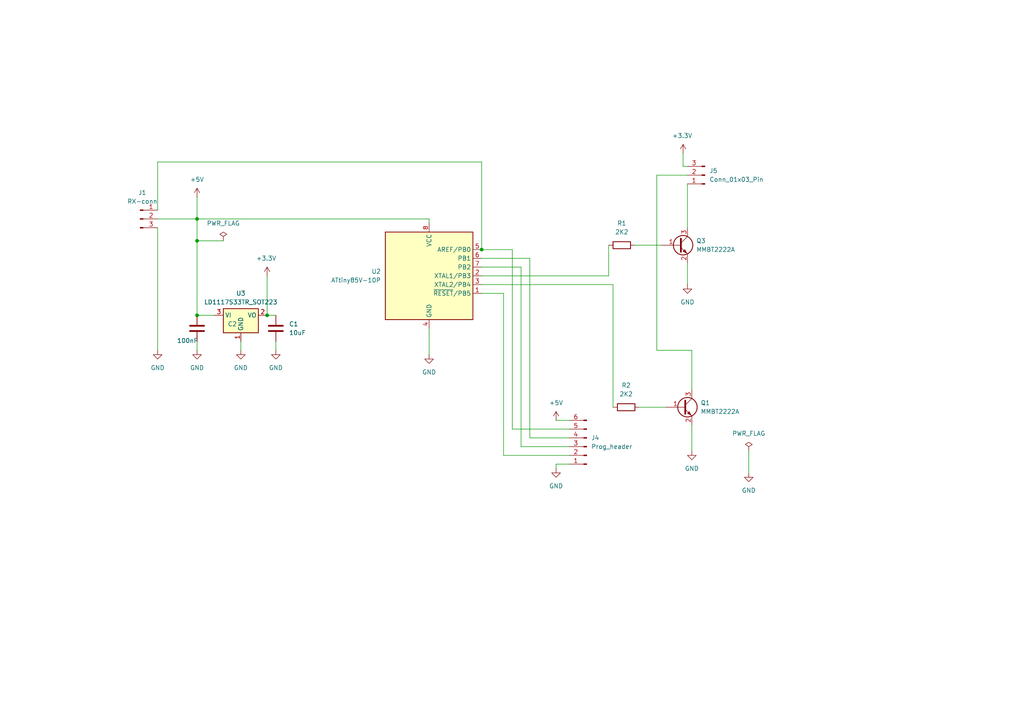
<source format=kicad_sch>
(kicad_sch (version 20231120) (generator "eeschema") (generator_version "8.0")
  (paper "A4")
  (title_block (title "Photon 99 - Leds flasher"))
  (lib_symbols
    (symbol "Connector:Conn_01x03_Pin" (pin_names (offset 1.016) hide)
      (property "Reference" "J" (at 0 5.08 0))
      (property "Value" "Conn_01x03_Pin" (at 0 -5.08 0))
      (symbol "Conn_01x03_Pin_1_1"
        (polyline (pts (xy 1.27 -2.54) (xy 0.8636 -2.54)) (stroke (width 0.1524)))
        (polyline (pts (xy 1.27 0) (xy 0.8636 0)) (stroke (width 0.1524)))
        (polyline (pts (xy 1.27 2.54) (xy 0.8636 2.54)) (stroke (width 0.1524)))
        (rectangle (start 0.8636 -2.413) (end 0 -2.667) (stroke (width 0.1524)) (fill (type outline)))
        (rectangle (start 0.8636 0.127) (end 0 -0.127) (stroke (width 0.1524)) (fill (type outline)))
        (rectangle (start 0.8636 2.667) (end 0 2.413) (stroke (width 0.1524)) (fill (type outline)))
        (pin passive line (at 5.08 2.54 180) (length 3.81) (name "Pin_1") (number "1"))
        (pin passive line (at 5.08 0 180) (length 3.81) (name "Pin_2") (number "2"))
        (pin passive line (at 5.08 -2.54 180) (length 3.81) (name "Pin_3") (number "3"))
      )
    )
    (symbol "Connector:Conn_01x06_Pin" (pin_names (offset 1.016) hide)
      (property "Reference" "J" (at 0 7.62 0))
      (property "Value" "Conn_01x06_Pin" (at 0 -10.16 0))
      (symbol "Conn_01x06_Pin_1_1"
        (polyline (pts (xy 1.27 -7.62) (xy 0.8636 -7.62)) (stroke (width 0.1524)))
        (polyline (pts (xy 1.27 -5.08) (xy 0.8636 -5.08)) (stroke (width 0.1524)))
        (polyline (pts (xy 1.27 -2.54) (xy 0.8636 -2.54)) (stroke (width 0.1524)))
        (polyline (pts (xy 1.27 0) (xy 0.8636 0)) (stroke (width 0.1524)))
        (polyline (pts (xy 1.27 2.54) (xy 0.8636 2.54)) (stroke (width 0.1524)))
        (polyline (pts (xy 1.27 5.08) (xy 0.8636 5.08)) (stroke (width 0.1524)))
        (rectangle (start 0.8636 -7.493) (end 0 -7.747) (stroke (width 0.1524)) (fill (type outline)))
        (rectangle (start 0.8636 -4.953) (end 0 -5.207) (stroke (width 0.1524)) (fill (type outline)))
        (rectangle (start 0.8636 -2.413) (end 0 -2.667) (stroke (width 0.1524)) (fill (type outline)))
        (rectangle (start 0.8636 0.127) (end 0 -0.127) (stroke (width 0.1524)) (fill (type outline)))
        (rectangle (start 0.8636 2.667) (end 0 2.413) (stroke (width 0.1524)) (fill (type outline)))
        (rectangle (start 0.8636 5.207) (end 0 4.953) (stroke (width 0.1524)) (fill (type outline)))
        (pin passive line (at 5.08 5.08 180) (length 3.81) (name "Pin_1") (number "1"))
        (pin passive line (at 5.08 2.54 180) (length 3.81) (name "Pin_2") (number "2"))
        (pin passive line (at 5.08 0 180) (length 3.81) (name "Pin_3") (number "3"))
        (pin passive line (at 5.08 -2.54 180) (length 3.81) (name "Pin_4") (number "4"))
        (pin passive line (at 5.08 -5.08 180) (length 3.81) (name "Pin_5") (number "5"))
        (pin passive line (at 5.08 -7.62 180) (length 3.81) (name "Pin_6") (number "6"))
      )
    )
    (symbol "Device:C" (pin_numbers hide) (pin_names (offset 0.254))
      (property "Reference" "C" (at 0.635 2.54 0))
      (property "Value" "C" (at 0.635 -2.54 0))
      (symbol "C_0_1"
        (polyline (pts (xy -2.032 -0.762) (xy 2.032 -0.762)) (stroke (width 0.508)))
        (polyline (pts (xy -2.032 0.762) (xy 2.032 0.762)) (stroke (width 0.508)))
      )
      (symbol "C_1_1"
        (pin passive line (at 0 3.81 270) (length 2.794) (name "~") (number "1"))
        (pin passive line (at 0 -3.81 90) (length 2.794) (name "~") (number "2"))
      )
    )
    (symbol "Device:R" (pin_numbers hide) (pin_names (offset 0))
      (property "Reference" "R" (at 2.032 0 90))
      (property "Value" "R" (at 0 0 90))
      (symbol "R_0_1"
        (rectangle (start -1.016 -2.54) (end 1.016 2.54) (stroke (width 0.254)))
      )
      (symbol "R_1_1"
        (pin passive line (at 0 3.81 270) (length 1.27) (name "~") (number "1"))
        (pin passive line (at 0 -3.81 90) (length 1.27) (name "~") (number "2"))
      )
    )
    (symbol "MCU_Microchip_ATtiny:ATtiny85V-10P"
      (property "Reference" "U" (at -12.7 13.97 0))
      (property "Value" "ATtiny85V-10P" (at 2.54 -13.97 0))
      (symbol "ATtiny85V-10P_0_1"
        (rectangle (start -12.7 -12.7) (end 12.7 12.7) (stroke (width 0.254)) (fill (type background)))
      )
      (symbol "ATtiny85V-10P_1_1"
        (pin bidirectional line (at 15.24 -5.08 180) (length 2.54) (name "~{RESET}/PB5") (number "1"))
        (pin bidirectional line (at 15.24 0 180) (length 2.54) (name "XTAL1/PB3") (number "2"))
        (pin bidirectional line (at 15.24 -2.54 180) (length 2.54) (name "XTAL2/PB4") (number "3"))
        (pin power_in line (at 0 -15.24 90) (length 2.54) (name "GND") (number "4"))
        (pin bidirectional line (at 15.24 7.62 180) (length 2.54) (name "AREF/PB0") (number "5"))
        (pin bidirectional line (at 15.24 5.08 180) (length 2.54) (name "PB1") (number "6"))
        (pin bidirectional line (at 15.24 2.54 180) (length 2.54) (name "PB2") (number "7"))
        (pin power_in line (at 0 15.24 270) (length 2.54) (name "VCC") (number "8"))
      )
    )
    (symbol "Regulator_Linear:LD1117S33TR_SOT223"
      (property "Reference" "U" (at -3.81 3.175 0))
      (property "Value" "LD1117S33TR_SOT223" (at 0 3.175 0))
      (symbol "LD1117S33TR_SOT223_0_1"
        (rectangle (start -5.08 -5.08) (end 5.08 1.905) (stroke (width 0.254)) (fill (type background)))
      )
      (symbol "LD1117S33TR_SOT223_1_1"
        (pin power_in line (at 0 -7.62 90) (length 2.54) (name "GND") (number "1"))
        (pin power_out line (at 7.62 0 180) (length 2.54) (name "VO") (number "2"))
        (pin power_in line (at -7.62 0 0) (length 2.54) (name "VI") (number "3"))
      )
    )
    (symbol "Transistor_BJT:MMBT2222A" (pin_names (offset 0) hide)
      (property "Reference" "Q" (at 5.08 1.905 0))
      (property "Value" "MMBT2222A" (at 5.08 0 0))
      (symbol "MMBT2222A_0_1"
        (polyline (pts (xy 0.635 0.635) (xy 2.54 2.54)))
        (polyline (pts (xy 0.635 -0.635) (xy 2.54 -2.54) (xy 2.54 -2.54)))
        (polyline (pts (xy 0.635 1.905) (xy 0.635 -1.905) (xy 0.635 -1.905)) (stroke (width 0.508)))
        (polyline (pts (xy 1.27 -1.778) (xy 1.778 -1.27) (xy 2.286 -2.286) (xy 1.27 -1.778) (xy 1.27 -1.778)) (fill (type outline)))
        (circle (center 1.27 0) (radius 2.8194) (stroke (width 0.254)))
      )
      (symbol "MMBT2222A_1_1"
        (pin input line (at -5.08 0 0) (length 5.715) (name "B") (number "1"))
        (pin passive line (at 2.54 -5.08 90) (length 2.54) (name "E") (number "2"))
        (pin passive line (at 2.54 5.08 270) (length 2.54) (name "C") (number "3"))
      )
    )
    (symbol "power:+3.3V" (power) (pin_numbers hide) (pin_names (offset 0) hide)
      (property "Value" "+3.3V" (at 0 3.556 0))
      (symbol "+3.3V_0_1"
        (polyline (pts (xy -0.762 1.27) (xy 0 2.54)))
        (polyline (pts (xy 0 0) (xy 0 2.54)))
        (polyline (pts (xy 0 2.54) (xy 0.762 1.27)))
      )
      (symbol "+3.3V_1_1"
        (pin power_in line (at 0 0 90) (length 0) (name "~") (number "1"))
      )
    )
    (symbol "power:+5V" (power) (pin_numbers hide) (pin_names (offset 0) hide)
      (property "Value" "+5V" (at 0 3.556 0))
      (symbol "+5V_0_1"
        (polyline (pts (xy -0.762 1.27) (xy 0 2.54)))
        (polyline (pts (xy 0 0) (xy 0 2.54)))
        (polyline (pts (xy 0 2.54) (xy 0.762 1.27)))
      )
      (symbol "+5V_1_1"
        (pin power_in line (at 0 0 90) (length 0) (name "~") (number "1"))
      )
    )
    (symbol "power:GND" (power) (pin_numbers hide) (pin_names (offset 0) hide)
      (property "Value" "GND" (at 0 -3.81 0))
      (symbol "GND_0_1"
        (polyline (pts (xy 0 0) (xy 0 -1.27) (xy 1.27 -1.27) (xy 0 -2.54) (xy -1.27 -1.27) (xy 0 -1.27)))
      )
      (symbol "GND_1_1"
        (pin power_in line (at 0 0 270) (length 0) (name "~") (number "1"))
      )
    )
    (symbol "power:PWR_FLAG" (power) (pin_numbers hide) (pin_names (offset 0) hide)
      (property "Value" "PWR_FLAG" (at 0 3.81 0))
      (symbol "PWR_FLAG_0_0"
        (pin power_out line (at 0 0 90) (length 0) (name "~") (number "1"))
      )
      (symbol "PWR_FLAG_0_1"
        (polyline (pts (xy 0 0) (xy 0 1.27) (xy -1.016 1.905) (xy 0 2.54) (xy 1.016 1.905) (xy 0 1.27)))
      )
    )
  )
  (junction (at 57.15 91.44))
  (junction (at 77.47 91.44))
  (junction (at 57.15 63.5))
  (junction (at 139.7 72.39))
  (junction (at 57.15 69.85))
  (wire (pts (xy 57.15 99.06) (xy 57.15 101.6)))
  (wire (pts (xy 199.39 76.2) (xy 199.39 82.55)))
  (wire (pts (xy 139.7 46.99) (xy 45.72 46.99)))
  (wire (pts (xy 124.46 64.77) (xy 124.46 63.5)))
  (wire (pts (xy 57.15 69.85) (xy 57.15 91.44)))
  (wire (pts (xy 139.7 82.55) (xy 177.8 82.55)))
  (wire (pts (xy 148.59 72.39) (xy 148.59 124.46)))
  (wire (pts (xy 124.46 95.25) (xy 124.46 102.87)))
  (wire (pts (xy 200.66 123.19) (xy 200.66 130.81)))
  (wire (pts (xy 45.72 63.5) (xy 57.15 63.5)))
  (wire (pts (xy 146.05 132.08) (xy 165.1 132.08)))
  (wire (pts (xy 198.12 44.45) (xy 198.12 48.26)))
  (wire (pts (xy 151.13 77.47) (xy 151.13 129.54)))
  (wire (pts (xy 190.5 101.6) (xy 200.66 101.6)))
  (wire (pts (xy 151.13 129.54) (xy 165.1 129.54)))
  (wire (pts (xy 57.15 57.15) (xy 57.15 63.5)))
  (wire (pts (xy 45.72 66.04) (xy 45.72 101.6)))
  (wire (pts (xy 153.67 74.93) (xy 153.67 127)))
  (wire (pts (xy 139.7 46.99) (xy 139.7 72.39)))
  (wire (pts (xy 199.39 50.8) (xy 190.5 50.8)))
  (wire (pts (xy 177.8 82.55) (xy 177.8 118.11)))
  (wire (pts (xy 57.15 69.85) (xy 64.77 69.85)))
  (wire (pts (xy 57.15 91.44) (xy 62.23 91.44)))
  (wire (pts (xy 69.85 99.06) (xy 69.85 101.6)))
  (wire (pts (xy 146.05 85.09) (xy 146.05 132.08)))
  (wire (pts (xy 184.15 71.12) (xy 191.77 71.12)))
  (wire (pts (xy 161.29 135.89) (xy 161.29 134.62)))
  (wire (pts (xy 80.01 91.44) (xy 77.47 91.44)))
  (wire (pts (xy 139.7 72.39) (xy 148.59 72.39)))
  (wire (pts (xy 200.66 101.6) (xy 200.66 113.03)))
  (wire (pts (xy 77.47 80.01) (xy 77.47 91.44)))
  (wire (pts (xy 190.5 50.8) (xy 190.5 101.6)))
  (wire (pts (xy 57.15 63.5) (xy 57.15 69.85)))
  (wire (pts (xy 176.53 80.01) (xy 176.53 71.12)))
  (wire (pts (xy 139.7 85.09) (xy 146.05 85.09)))
  (wire (pts (xy 45.72 46.99) (xy 45.72 60.96)))
  (wire (pts (xy 198.12 48.26) (xy 199.39 48.26)))
  (wire (pts (xy 139.7 80.01) (xy 176.53 80.01)))
  (wire (pts (xy 57.15 63.5) (xy 124.46 63.5)))
  (wire (pts (xy 199.39 53.34) (xy 199.39 66.04)))
  (wire (pts (xy 161.29 121.92) (xy 165.1 121.92)))
  (wire (pts (xy 139.7 74.93) (xy 153.67 74.93)))
  (wire (pts (xy 153.67 127) (xy 165.1 127)))
  (wire (pts (xy 185.42 118.11) (xy 193.04 118.11)))
  (wire (pts (xy 80.01 99.06) (xy 80.01 101.6)))
  (wire (pts (xy 217.17 130.81) (xy 217.17 137.16)))
  (wire (pts (xy 161.29 134.62) (xy 165.1 134.62)))
  (wire (pts (xy 148.59 124.46) (xy 165.1 124.46)))
  (wire (pts (xy 139.7 77.47) (xy 151.13 77.47)))
  (symbol (lib_id "power:+5V") (at 57.15 57.15 0) (unit 1)
    (property "Reference" "#PWR07" (effects (hide yes)))
    (property "Value" "+5V" (at 57.15 52.07 0))
    (property "Description" "Power symbol creates a global label with name \"+5V\"" (effects (hide yes)))
  )
  (symbol (lib_id "power:PWR_FLAG") (at 64.77 69.85 0) (unit 1)
    (property "Reference" "#FLG02" (effects (hide yes)))
    (property "Value" "PWR_FLAG" (at 64.77 64.77 0))
    (property "Description" "Special symbol for telling ERC where power comes from" (effects (hide yes)))
  )
  (symbol (lib_id "power:GND") (at 57.15 101.6 0) (unit 1)
    (property "Reference" "#PWR012" (effects (hide yes)))
    (property "Value" "GND" (at 57.15 106.68 0))
    (property "Description" "Power symbol creates a global label with name \"GND\" , ground" (effects (hide yes)))
  )
  (symbol (lib_id "power:+5V") (at 161.29 121.92 0) (unit 1)
    (property "Reference" "#PWR010" (effects (hide yes)))
    (property "Value" "+5V" (at 161.29 116.84 0))
    (property "Description" "Power symbol creates a global label with name \"+5V\"" (effects (hide yes)))
  )
  (symbol (lib_id "Connector:Conn_01x03_Pin") (at 40.64 63.5 0) (unit 1)
    (property "Reference" "J1" (at 41.275 55.88 0))
    (property "Value" "RX-conn" (at 41.275 58.42 0))
    (property "Footprint" "Connector_PinHeader_2.54mm:PinHeader_1x03_P2.54mm_Horizontal" (effects (hide yes)))
    (property "Description" "Generic connector, single row, 01x03, script generated" (effects (hide yes)))
  )
  (symbol (lib_id "power:GND") (at 69.85 101.6 0) (unit 1)
    (property "Reference" "#PWR04" (effects (hide yes)))
    (property "Value" "GND" (at 69.85 106.68 0))
    (property "Description" "Power symbol creates a global label with name \"GND\" , ground" (effects (hide yes)))
  )
  (symbol (lib_id "power:GND") (at 45.72 101.6 0) (unit 1)
    (property "Reference" "#PWR05" (effects (hide yes)))
    (property "Value" "GND" (at 45.72 106.68 0))
    (property "Description" "Power symbol creates a global label with name \"GND\" , ground" (effects (hide yes)))
  )
  (symbol (lib_id "Connector:Conn_01x03_Pin") (at 204.47 50.8 180) (unit 1)
    (property "Reference" "J5" (at 205.74 49.5299 0) (effects (justify right)))
    (property "Value" "Conn_01x03_Pin" (at 205.74 52.0699 0) (effects (justify right)))
    (property "Footprint" "Connector_PinHeader_2.54mm:PinHeader_1x03_P2.54mm_Horizontal" (effects (hide yes)))
    (property "Description" "Generic connector, single row, 01x03, script generated" (effects (hide yes)))
  )
  (symbol (lib_id "power:GND") (at 200.66 130.81 0) (unit 1)
    (property "Reference" "#PWR01" (effects (hide yes)))
    (property "Value" "GND" (at 200.66 135.89 0))
    (property "Description" "Power symbol creates a global label with name \"GND\" , ground" (effects (hide yes)))
  )
  (symbol (lib_id "power:GND") (at 217.17 137.16 0) (unit 1)
    (property "Reference" "#PWR06" (effects (hide yes)))
    (property "Value" "GND" (at 217.17 142.24 0))
    (property "Description" "Power symbol creates a global label with name \"GND\" , ground" (effects (hide yes)))
  )
  (symbol (lib_id "Device:C") (at 80.01 95.25 0) (unit 1)
    (property "Reference" "C1" (at 83.82 93.9799 0) (effects (justify left)))
    (property "Value" "10uF" (at 83.82 96.5199 0) (effects (justify left)))
    (property "Footprint" "Capacitor_SMD:CP_Elec_4x4.5" (effects (hide yes)))
    (property "Description" "Unpolarized capacitor" (effects (hide yes)))
  )
  (symbol (lib_id "power:+3.3V") (at 198.12 44.45 0) (unit 1)
    (property "Reference" "#PWR011" (effects (hide yes)))
    (property "Value" "+3.3V" (at 197.866 39.37 0))
    (property "Description" "Power symbol creates a global label with name \"+3.3V\"" (effects (hide yes)))
  )
  (symbol (lib_id "Device:R") (at 181.61 118.11 270) (unit 1)
    (property "Reference" "R2" (at 181.61 111.76 90))
    (property "Value" "2K2" (at 181.61 114.3 90))
    (property "Footprint" "Resistor_SMD:R_0805_2012Metric" (effects (hide yes)))
    (property "Description" "Resistor" (effects (hide yes)))
  )
  (symbol (lib_id "Device:R") (at 180.34 71.12 270) (unit 1)
    (property "Reference" "R1" (at 180.34 64.77 90))
    (property "Value" "2K2" (at 180.34 67.31 90))
    (property "Footprint" "Resistor_SMD:R_0805_2012Metric" (effects (hide yes)))
    (property "Description" "Resistor" (effects (hide yes)))
  )
  (symbol (lib_id "Connector:Conn_01x06_Pin") (at 170.18 129.54 180) (unit 1)
    (property "Reference" "J4" (at 171.45 126.9999 0) (effects (justify right)))
    (property "Value" "Prog_header" (at 171.45 129.5399 0) (effects (justify right)))
    (property "Footprint" "Connector_PinHeader_2.54mm:PinHeader_2x03_P2.54mm_Vertical" (effects (hide yes)))
    (property "Description" "Generic connector, single row, 01x06, script generated" (effects (hide yes)))
  )
  (symbol (lib_id "power:GND") (at 161.29 135.89 0) (unit 1)
    (property "Reference" "#PWR09" (effects (hide yes)))
    (property "Value" "GND" (at 161.29 140.97 0))
    (property "Description" "Power symbol creates a global label with name \"GND\" , ground" (effects (hide yes)))
  )
  (symbol (lib_id "power:GND") (at 199.39 82.55 0) (unit 1)
    (property "Reference" "#PWR02" (effects (hide yes)))
    (property "Value" "GND" (at 199.39 87.63 0))
    (property "Description" "Power symbol creates a global label with name \"GND\" , ground" (effects (hide yes)))
  )
  (symbol (lib_id "Transistor_BJT:MMBT2222A") (at 196.85 71.12 0) (unit 1)
    (property "Reference" "Q3" (at 201.93 69.8499 0) (effects (justify left)))
    (property "Value" "MMBT2222A" (at 201.93 72.3899 0) (effects (justify left)))
    (property "Footprint" "Package_TO_SOT_SMD:SOT-23" (effects (hide yes)))
    (property "Datasheet" "https://assets.nexperia.com/documents/data-sheet/MMBT2222A.pdf" (effects (hide yes)))
    (property "Description" "600mA Ic, 40V Vce, NPN Transistor, SOT-23" (effects (hide yes)))
  )
  (symbol (lib_id "power:GND") (at 80.01 101.6 0) (unit 1)
    (property "Reference" "#PWR013" (effects (hide yes)))
    (property "Value" "GND" (at 80.01 106.68 0))
    (property "Description" "Power symbol creates a global label with name \"GND\" , ground" (effects (hide yes)))
  )
  (symbol (lib_id "power:+3.3V") (at 77.47 80.01 0) (unit 1)
    (property "Reference" "#PWR08" (effects (hide yes)))
    (property "Value" "+3.3V" (at 77.216 74.93 0))
    (property "Description" "Power symbol creates a global label with name \"+3.3V\"" (effects (hide yes)))
  )
  (symbol (lib_id "MCU_Microchip_ATtiny:ATtiny85V-10P") (at 124.46 80.01 0) (unit 1)
    (property "Reference" "U2" (at 110.49 78.7399 0) (effects (justify right)))
    (property "Value" "ATtiny85V-10P" (at 110.49 81.2799 0) (effects (justify right)))
    (property "Footprint" "Package_SO:SOIC-8W_5.3x5.3mm_P1.27mm" (effects (hide yes)))
    (property "Datasheet" "http://ww1.microchip.com/downloads/en/DeviceDoc/atmel-2586-avr-8-bit-microcontroller-attiny25-attiny45-attiny85_datasheet.pdf" (effects (hide yes)))
    (property "Description" "10MHz, 8kB Flash, 512B SRAM, 512B EEPROM, debugWIRE, DIP-8" (effects (hide yes)))
  )
  (symbol (lib_id "power:PWR_FLAG") (at 217.17 130.81 0) (unit 1)
    (property "Reference" "#FLG01" (effects (hide yes)))
    (property "Value" "PWR_FLAG" (at 217.17 125.73 0))
    (property "Description" "Special symbol for telling ERC where power comes from" (effects (hide yes)))
  )
  (symbol (lib_id "Device:C") (at 57.15 95.25 0) (unit 1)
    (property "Reference" "C2" (at 66.04 93.9799 0) (effects (justify left)))
    (property "Value" "100nF" (at 51.308 98.806 0) (effects (justify left)))
    (property "Footprint" "Capacitor_SMD:C_0805_2012Metric" (effects (hide yes)))
    (property "Description" "Unpolarized capacitor" (effects (hide yes)))
  )
  (symbol (lib_id "power:GND") (at 124.46 102.87 0) (unit 1)
    (property "Reference" "#PWR03" (effects (hide yes)))
    (property "Value" "GND" (at 124.46 107.95 0))
    (property "Description" "Power symbol creates a global label with name \"GND\" , ground" (effects (hide yes)))
  )
  (symbol (lib_id "Regulator_Linear:LD1117S33TR_SOT223") (at 69.85 91.44 0) (unit 1)
    (property "Reference" "U3" (at 69.85 85.09 0))
    (property "Value" "LD1117S33TR_SOT223" (at 69.85 87.63 0))
    (property "Footprint" "Package_TO_SOT_SMD:SOT-223-3_TabPin2" (effects (hide yes)))
    (property "Datasheet" "http://www.st.com/st-web-ui/static/active/en/resource/technical/document/datasheet/CD00000544.pdf" (effects (hide yes)))
    (property "Description" "800mA Fixed Low Drop Positive Voltage Regulator, Fixed Output 3.3V, SOT-223" (effects (hide yes)))
  )
  (symbol (lib_id "Transistor_BJT:MMBT2222A") (at 198.12 118.11 0) (unit 1)
    (property "Reference" "Q1" (at 203.2 116.8399 0) (effects (justify left)))
    (property "Value" "MMBT2222A" (at 203.2 119.3799 0) (effects (justify left)))
    (property "Footprint" "Package_TO_SOT_SMD:SOT-23" (effects (hide yes)))
    (property "Datasheet" "https://assets.nexperia.com/documents/data-sheet/MMBT2222A.pdf" (effects (hide yes)))
    (property "Description" "600mA Ic, 40V Vce, NPN Transistor, SOT-23" (effects (hide yes)))
  )
)
</source>
